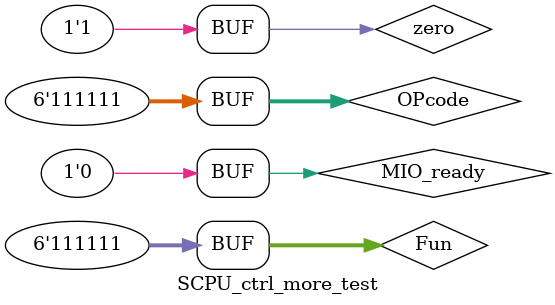
<source format=v>
`timescale 1ns / 1ps


module SCPU_ctrl_more_test;

	// Inputs
	reg [5:0] OPcode;
	reg [5:0] Fun;
	reg MIO_ready;
	reg zero;

	// Outputs
	wire RegDst;
	wire ALUSrc_B;
	wire [1:0] DatatoReg;
	wire Jal;
	wire [1:0] Branch;
	wire RegWrite;
	wire [2:0] ALU_Control;
	wire mem_w;
	wire CPU_MIO;
	wire srl_shirft;

	// Instantiate the Unit Under Test (UUT)
	SCPU_ctrl_more uut (
		.OPcode(OPcode), 
		.Fun(Fun), 
		.MIO_ready(MIO_ready), 
		.zero(zero), 
		.RegDst(RegDst), 
		.ALUSrc_B(ALUSrc_B), 
		.DatatoReg(DatatoReg), 
		.Jal(Jal), 
		.Branch(Branch), 
		.RegWrite(RegWrite), 
		.ALU_Control(ALU_Control), 
		.mem_w(mem_w), 
		.CPU_MIO(CPU_MIO), 
		.srl_shirft(srl_shirft)
	);

	initial begin
			OPcode = 0;
			Fun = 0;
			MIO_ready = 0;
            zero = 1;
            
			#40;
			OPcode = 0;
			Fun = 6'b100000;
			#20;
			Fun = 6'b100010;
			#20;
			Fun = 6'b100100;
			#20;
			Fun = 6'b100101;
			#20;
            Fun = 6'b100110;
            #20;
            Fun = 6'b100111;
			#20;
			Fun = 6'b101010;
			#20;
			
			Fun = 6'b001000;
			#20;
			Fun = 6'b001001;
			#20;
			Fun = 6'b111111;
			#1;
			OPcode = 6'b001000;
			#20;
			OPcode = 6'b001100;
			#20;
			OPcode = 6'b001101;
			#20;
			OPcode = 6'b001110;
			#20;
			OPcode = 6'b001111;
			#20;
            OPcode = 6'b100011;
			#20; 
            OPcode = 6'b101011;
			#20;
		    OPcode = 6'b000100;
			#20;
            zero = 0 ;
            #20;
            OPcode = 6'b000101;
			#20;
            zero = 1;
			#20;
            OPcode = 6'b001010;
			#20;
            OPcode = 6'b000010;
			#20;
            OPcode = 6'b000011;
			#20;
			OPcode = 6'h3f;
			
		end
      
endmodule


</source>
